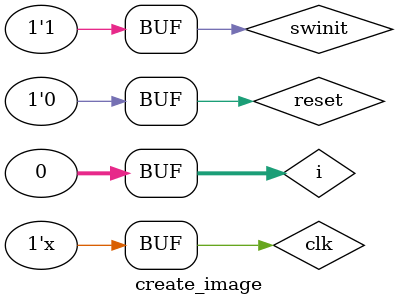
<source format=sv>
module create_image();

	logic clk, reset, swinit;
	logic  GPIO, GPIOBoolean;

	Processor uut(clk, reset, swinit, GPIO, GPIOBoolean);
	
	
	int i,Imagen;
	initial begin
	
		clk=0; reset=0; swinit=0; #3;
		reset=1; #3;
		reset=0; #3;
		swinit=1; #10;
		
		i = 'd0;
		// synthesis translate_off
		Imagen = $fopen("imagen.txt", "w");
		while (i < 'd27360)
			begin
				@(posedge clk);
				if (GPIOBoolean)
					begin
					  	$fwrite(Imagen, "%b\n", GPIO);
						i = i + 1;
					end
			end
		$fclose(Imagen);
		$finish;
		// synthesis translate_on
	end
	
	always begin
		clk=!clk; #10;
	end
	
	

	

	
endmodule 
</source>
